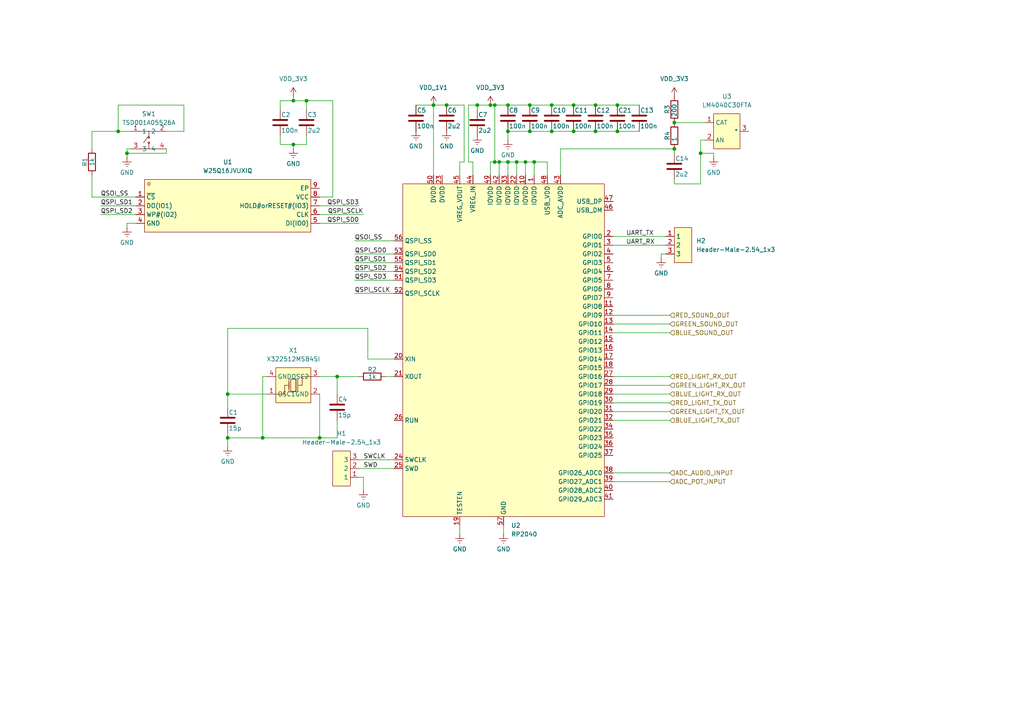
<source format=kicad_sch>
(kicad_sch (version 20231120) (generator "eeschema") (generator_version "8.0")
  (paper "A4")
  (lib_symbols
    (symbol "Device:C" (pin_numbers hide) (pin_names (offset 0.254))
      (property "Reference" "C" (at 0.635 2.54 0))
      (property "Value" "C" (at 0.635 -2.54 0))
      (symbol "C_0_1"
        (polyline (pts (xy -2.032 -0.762) (xy 2.032 -0.762)) (stroke (width 0.508)))
        (polyline (pts (xy -2.032 0.762) (xy 2.032 0.762)) (stroke (width 0.508)))
      )
      (symbol "C_1_1"
        (pin passive line (at 0 3.81 270) (length 2.794) (name "~") (number "1"))
        (pin passive line (at 0 -3.81 90) (length 2.794) (name "~") (number "2"))
      )
    )
    (symbol "Device:R" (pin_numbers hide) (pin_names (offset 0))
      (property "Reference" "R" (at 2.032 0 90))
      (property "Value" "R" (at 0 0 90))
      (symbol "R_0_1"
        (rectangle (start -1.016 -2.54) (end 1.016 2.54) (stroke (width 0.254)))
      )
      (symbol "R_1_1"
        (pin passive line (at 0 3.81 270) (length 1.27) (name "~") (number "1"))
        (pin passive line (at 0 -3.81 90) (length 1.27) (name "~") (number "2"))
      )
    )
    (symbol "easyeda2kicad:Header-Male-2.54_1x3"
      (property "Reference" "H" (at 0 7.62 0))
      (property "Value" "Header-Male-2.54_1x3" (at 0 -7.62 0))
      (symbol "Header-Male-2.54_1x3_0_1"
        (rectangle (start -1.27 5.08) (end 3.81 -5.08) (fill (type background)))
        (pin input line (at -3.81 2.54 0) (length 2.54) (name "1") (number "1"))
        (pin input line (at -3.81 0 0) (length 2.54) (name "2") (number "2"))
        (pin input line (at -3.81 -2.54 0) (length 2.54) (name "3") (number "3"))
      )
    )
    (symbol "easyeda2kicad:LM4040C30FTA"
      (property "Reference" "U" (at 0 7.62 0))
      (property "Value" "LM4040C30FTA" (at 0 -7.62 0))
      (symbol "LM4040C30FTA_0_1"
        (rectangle (start -5.08 5.08) (end 2.54 -5.08) (fill (type background)))
        (pin unspecified line (at -7.62 2.54 0) (length 2.54) (name "CAT") (number "1"))
        (pin unspecified line (at -7.62 -2.54 0) (length 2.54) (name "AN") (number "2"))
        (pin unspecified line (at 5.08 0 180) (length 2.54) (name "*") (number "3"))
      )
    )
    (symbol "easyeda2kicad:RP2040"
      (property "Reference" "U" (at 0 58.42 0))
      (property "Value" "RP2040" (at 0 -53.34 0))
      (symbol "RP2040_0_1"
        (rectangle (start -29.21 50.8) (end 29.21 -45.72) (fill (type background)))
        (pin bidirectional line (at 8.89 53.34 270) (length 2.54) (name "IOVDD") (number "1"))
        (pin bidirectional line (at 6.35 53.34 270) (length 2.54) (name "IOVDD") (number "10"))
        (pin bidirectional line (at 31.75 15.24 180) (length 2.54) (name "GPIO8") (number "11"))
        (pin bidirectional line (at 31.75 12.7 180) (length 2.54) (name "GPIO9") (number "12"))
        (pin bidirectional line (at 31.75 10.16 180) (length 2.54) (name "GPIO10") (number "13"))
        (pin bidirectional line (at 31.75 7.62 180) (length 2.54) (name "GPIO11") (number "14"))
        (pin bidirectional line (at 31.75 5.08 180) (length 2.54) (name "GPIO12") (number "15"))
        (pin bidirectional line (at 31.75 2.54 180) (length 2.54) (name "GPIO13") (number "16"))
        (pin bidirectional line (at 31.75 0 180) (length 2.54) (name "GPIO14") (number "17"))
        (pin bidirectional line (at 31.75 -2.54 180) (length 2.54) (name "GPIO15") (number "18"))
        (pin unspecified line (at -12.7 -48.26 90) (length 2.54) (name "TESTEN") (number "19"))
        (pin bidirectional line (at 31.75 35.56 180) (length 2.54) (name "GPIO0") (number "2"))
        (pin input line (at -31.75 0 0) (length 2.54) (name "XIN") (number "20"))
        (pin unspecified line (at -31.75 -5.08 0) (length 2.54) (name "XOUT") (number "21"))
        (pin bidirectional line (at 3.81 53.34 270) (length 2.54) (name "IOVDD") (number "22"))
        (pin bidirectional line (at -17.78 53.34 270) (length 2.54) (name "DVDD") (number "23"))
        (pin output line (at -31.75 -29.21 0) (length 2.54) (name "SWCLK") (number "24"))
        (pin bidirectional line (at -31.75 -31.75 0) (length 2.54) (name "SWD") (number "25"))
        (pin input line (at -31.75 -17.78 0) (length 2.54) (name "RUN") (number "26"))
        (pin bidirectional line (at 31.75 -5.08 180) (length 2.54) (name "GPIO16") (number "27"))
        (pin bidirectional line (at 31.75 -7.62 180) (length 2.54) (name "GPIO17") (number "28"))
        (pin bidirectional line (at 31.75 -10.16 180) (length 2.54) (name "GPIO18") (number "29"))
        (pin bidirectional line (at 31.75 33.02 180) (length 2.54) (name "GPIO1") (number "3"))
        (pin bidirectional line (at 31.75 -12.7 180) (length 2.54) (name "GPIO19") (number "30"))
        (pin bidirectional line (at 31.75 -15.24 180) (length 2.54) (name "GPIO20") (number "31"))
        (pin bidirectional line (at 31.75 -17.78 180) (length 2.54) (name "GPIO21") (number "32"))
        (pin bidirectional line (at 1.27 53.34 270) (length 2.54) (name "IOVDD") (number "33"))
        (pin bidirectional line (at 31.75 -20.32 180) (length 2.54) (name "GPIO22") (number "34"))
        (pin bidirectional line (at 31.75 -22.86 180) (length 2.54) (name "GPIO23") (number "35"))
        (pin bidirectional line (at 31.75 -25.4 180) (length 2.54) (name "GPIO24") (number "36"))
        (pin bidirectional line (at 31.75 -27.94 180) (length 2.54) (name "GPIO25") (number "37"))
        (pin bidirectional line (at 31.75 -33.02 180) (length 2.54) (name "GPIO26_ADC0") (number "38"))
        (pin bidirectional line (at 31.75 -35.56 180) (length 2.54) (name "GPIO27_ADC1") (number "39"))
        (pin bidirectional line (at 31.75 30.48 180) (length 2.54) (name "GPIO2") (number "4"))
        (pin bidirectional line (at 31.75 -38.1 180) (length 2.54) (name "GPIO28_ADC2") (number "40"))
        (pin bidirectional line (at 31.75 -40.64 180) (length 2.54) (name "GPIO29_ADC3") (number "41"))
        (pin bidirectional line (at -1.27 53.34 270) (length 2.54) (name "IOVDD") (number "42"))
        (pin bidirectional line (at 16.51 53.34 270) (length 2.54) (name "ADC_AVDD") (number "43"))
        (pin bidirectional line (at -8.89 53.34 270) (length 2.54) (name "VREG_IN") (number "44"))
        (pin bidirectional line (at -12.7 53.34 270) (length 2.54) (name "VREG_VOUT") (number "45"))
        (pin bidirectional line (at 31.75 43.18 180) (length 2.54) (name "USB_DM") (number "46"))
        (pin bidirectional line (at 31.75 45.72 180) (length 2.54) (name "USB_DP") (number "47"))
        (pin bidirectional line (at 12.7 53.34 270) (length 2.54) (name "USB_VDD") (number "48"))
        (pin bidirectional line (at -3.81 53.34 270) (length 2.54) (name "IOVDD") (number "49"))
        (pin bidirectional line (at 31.75 27.94 180) (length 2.54) (name "GPIO3") (number "5"))
        (pin bidirectional line (at -20.32 53.34 270) (length 2.54) (name "DVDD") (number "50"))
        (pin bidirectional line (at -31.75 22.86 0) (length 2.54) (name "QSPI_SD3") (number "51"))
        (pin output line (at -31.75 19.05 0) (length 2.54) (name "QSPI_SCLK") (number "52"))
        (pin bidirectional line (at -31.75 30.48 0) (length 2.54) (name "QSPI_SD0") (number "53"))
        (pin bidirectional line (at -31.75 25.4 0) (length 2.54) (name "QSPI_SD2") (number "54"))
        (pin bidirectional line (at -31.75 27.94 0) (length 2.54) (name "QSPI_SD1") (number "55"))
        (pin bidirectional line (at -31.75 34.29 0) (length 2.54) (name "QSPI_SS") (number "56"))
        (pin bidirectional line (at 0 -48.26 90) (length 2.54) (name "GND") (number "57"))
        (pin bidirectional line (at 31.75 25.4 180) (length 2.54) (name "GPIO4") (number "6"))
        (pin bidirectional line (at 31.75 22.86 180) (length 2.54) (name "GPIO5") (number "7"))
        (pin bidirectional line (at 31.75 20.32 180) (length 2.54) (name "GPIO6") (number "8"))
        (pin bidirectional line (at 31.75 17.78 180) (length 2.54) (name "GPIO7") (number "9"))
      )
    )
    (symbol "easyeda2kicad:TSD001A05526A"
      (property "Reference" "SW" (at 0 7.62 0))
      (property "Value" "TSD001A05526A" (at 0 -7.62 0))
      (symbol "TSD001A05526A_0_1"
        (circle (center 0 -0.76) (radius 0.25))
        (polyline (pts (xy -2.54 2.54) (xy 2.54 2.54)))
        (polyline (pts (xy -1.52 -0.76) (xy -0.25 1.02)))
        (polyline (pts (xy 0 -2.54) (xy 0 -0.76)))
        (polyline (pts (xy 0 1.52) (xy 0 0.76)))
        (polyline (pts (xy 0 2.54) (xy 0 1.52)))
        (polyline (pts (xy 2.54 -2.54) (xy -2.54 -2.54)))
        (circle (center 0 0.76) (radius 0.25))
        (pin unspecified line (at -5.08 2.54 0) (length 2.54) (name "1") (number "1"))
        (pin unspecified line (at 5.08 2.54 180) (length 2.54) (name "2") (number "2"))
        (pin unspecified line (at -5.08 -2.54 0) (length 2.54) (name "3") (number "3"))
        (pin unspecified line (at 5.08 -2.54 180) (length 2.54) (name "4") (number "4"))
      )
    )
    (symbol "easyeda2kicad:W25Q16JVUXIQ"
      (property "Reference" "U" (at 0 11.43 0))
      (property "Value" "W25Q16JVUXIQ" (at 0 -8.89 0))
      (symbol "W25Q16JVUXIQ_0_1"
        (rectangle (start -24.13 8.89) (end 24.13 -6.35) (fill (type background)))
        (circle (center -22.86 7.62) (radius 0.38))
        (pin unspecified line (at -26.67 3.81 0) (length 2.54) (name "~{CS}") (number "1"))
        (pin unspecified line (at -26.67 1.27 0) (length 2.54) (name "DO(IO1)") (number "2"))
        (pin unspecified line (at -26.67 -1.27 0) (length 2.54) (name "WP#(IO2)") (number "3"))
        (pin unspecified line (at -26.67 -3.81 0) (length 2.54) (name "GND") (number "4"))
        (pin unspecified line (at 26.67 -3.81 180) (length 2.54) (name "DI(IO0)") (number "5"))
        (pin unspecified line (at 26.67 -1.27 180) (length 2.54) (name "CLK") (number "6"))
        (pin unspecified line (at 26.67 1.27 180) (length 2.54) (name "HOLD#orRESET#(IO3)") (number "7"))
        (pin unspecified line (at 26.67 3.81 180) (length 2.54) (name "VCC") (number "8"))
        (pin unspecified line (at 26.67 6.35 180) (length 2.54) (name "EP") (number "9"))
      )
    )
    (symbol "easyeda2kicad:X322512MSB4SI"
      (property "Reference" "X" (at 0 7.62 0))
      (property "Value" "X322512MSB4SI" (at 0 -7.62 0))
      (symbol "X322512MSB4SI_0_1"
        (rectangle (start -5.08 5.08) (end 5.08 -5.08) (fill (type background)))
        (polyline (pts (xy -1.27 -1.78) (xy -1.27 1.78)))
        (polyline (pts (xy -1.27 -1.02) (xy -1.27 1.02)))
        (polyline (pts (xy 0.76 -1.78) (xy -0.76 -1.78)))
        (polyline (pts (xy 1.27 -1.78) (xy 1.27 1.78)))
        (polyline (pts (xy 1.27 -1.02) (xy 1.27 1.02)))
        (polyline (pts (xy -5.08 -2.54) (xy -2.54 -2.54) (xy -2.54 0) (xy -1.52 0)))
        (polyline (pts (xy -0.76 -1.78) (xy -0.76 1.78) (xy 0.76 1.78) (xy 0.76 -1.78)))
        (polyline (pts (xy 5.08 2.54) (xy 2.54 2.54) (xy 2.54 0) (xy 1.52 0)))
        (polyline (pts (xy 0.76 1.78) (xy 0.76 -1.78) (xy -0.76 -1.78) (xy -0.76 1.78) (xy 0.76 1.78)) (fill (type background)))
        (pin unspecified line (at -7.62 -2.54 0) (length 2.54) (name "OSC1") (number "1"))
        (pin unspecified line (at 7.62 -2.54 180) (length 2.54) (name "GND") (number "2"))
        (pin unspecified line (at 7.62 2.54 180) (length 2.54) (name "OSC2") (number "3"))
        (pin unspecified line (at -7.62 2.54 0) (length 2.54) (name "GND") (number "4"))
      )
    )
    (symbol "power:+3V3" (power) (pin_numbers hide) (pin_names (offset 0) hide)
      (property "Value" "+3V3" (at 0 3.556 0))
      (symbol "+3V3_0_1"
        (polyline (pts (xy -0.762 1.27) (xy 0 2.54)))
        (polyline (pts (xy 0 0) (xy 0 2.54)))
        (polyline (pts (xy 0 2.54) (xy 0.762 1.27)))
      )
      (symbol "+3V3_1_1"
        (pin power_in line (at 0 0 90) (length 0) (name "~") (number "1"))
      )
    )
    (symbol "power:GNDREF" (power) (pin_numbers hide) (pin_names (offset 0) hide)
      (property "Value" "GNDREF" (at 0 -3.81 0))
      (symbol "GNDREF_0_1"
        (polyline (pts (xy -0.635 -1.905) (xy 0.635 -1.905)))
        (polyline (pts (xy -0.127 -2.54) (xy 0.127 -2.54)))
        (polyline (pts (xy 0 -1.27) (xy 0 0)))
        (polyline (pts (xy 1.27 -1.27) (xy -1.27 -1.27)))
      )
      (symbol "GNDREF_1_1"
        (pin power_in line (at 0 0 270) (length 0) (name "~") (number "1"))
      )
    )
  )
  (junction (at 179.07 38.1))
  (junction (at 147.32 46.99))
  (junction (at 203.2 44.45))
  (junction (at 144.78 46.99))
  (junction (at 85.09 29.21))
  (junction (at 92.71 127))
  (junction (at 166.37 38.1))
  (junction (at 153.67 30.48))
  (junction (at 160.02 38.1))
  (junction (at 76.2 127))
  (junction (at 147.32 30.48))
  (junction (at 147.32 38.1))
  (junction (at 149.86 46.99))
  (junction (at 195.58 35.56))
  (junction (at 138.43 30.48))
  (junction (at 36.83 44.45))
  (junction (at 172.72 38.1))
  (junction (at 166.37 30.48))
  (junction (at 152.4 46.99))
  (junction (at 160.02 30.48))
  (junction (at 143.51 30.48))
  (junction (at 34.29 38.1))
  (junction (at 172.72 30.48))
  (junction (at 129.54 30.48))
  (junction (at 154.94 46.99))
  (junction (at 179.07 30.48))
  (junction (at 143.51 46.99))
  (junction (at 85.09 41.91))
  (junction (at 66.04 127))
  (junction (at 153.67 38.1))
  (junction (at 97.79 109.22))
  (junction (at 142.24 30.48))
  (junction (at 195.58 43.18))
  (junction (at 125.73 30.48))
  (junction (at 66.04 114.3))
  (junction (at 88.9 29.21))
  (wire (pts (xy 177.8 96.52) (xy 194.31 96.52)))
  (wire (pts (xy 138.43 30.48) (xy 138.43 31.75)))
  (wire (pts (xy 147.32 38.1) (xy 153.67 38.1)))
  (wire (pts (xy 203.2 40.64) (xy 203.2 44.45)))
  (wire (pts (xy 147.32 50.8) (xy 147.32 46.99)))
  (wire (pts (xy 97.79 121.92) (xy 97.79 127)))
  (wire (pts (xy 85.09 41.91) (xy 88.9 41.91)))
  (wire (pts (xy 26.67 38.1) (xy 34.29 38.1)))
  (wire (pts (xy 142.24 46.99) (xy 142.24 50.8)))
  (wire (pts (xy 195.58 35.56) (xy 204.47 35.56)))
  (wire (pts (xy 106.68 95.25) (xy 106.68 104.14)))
  (wire (pts (xy 97.79 109.22) (xy 104.14 109.22)))
  (wire (pts (xy 158.75 46.99) (xy 158.75 50.8)))
  (wire (pts (xy 177.8 114.3) (xy 194.31 114.3)))
  (wire (pts (xy 36.83 44.45) (xy 36.83 45.72)))
  (wire (pts (xy 66.04 95.25) (xy 66.04 114.3)))
  (wire (pts (xy 195.58 52.07) (xy 195.58 53.34)))
  (wire (pts (xy 153.67 38.1) (xy 160.02 38.1)))
  (wire (pts (xy 143.51 30.48) (xy 147.32 30.48)))
  (wire (pts (xy 85.09 41.91) (xy 85.09 43.18)))
  (wire (pts (xy 147.32 30.48) (xy 153.67 30.48)))
  (wire (pts (xy 97.79 127) (xy 92.71 127)))
  (wire (pts (xy 48.26 43.18) (xy 48.26 44.45)))
  (wire (pts (xy 134.62 46.99) (xy 133.35 46.99)))
  (wire (pts (xy 48.26 38.1) (xy 53.34 38.1)))
  (wire (pts (xy 104.14 135.89) (xy 114.3 135.89)))
  (wire (pts (xy 135.89 30.48) (xy 138.43 30.48)))
  (wire (pts (xy 133.35 152.4) (xy 133.35 154.94)))
  (wire (pts (xy 191.77 73.66) (xy 191.77 74.93)))
  (wire (pts (xy 39.37 64.77) (xy 36.83 64.77)))
  (wire (pts (xy 152.4 46.99) (xy 152.4 50.8)))
  (wire (pts (xy 104.14 138.43) (xy 105.41 138.43)))
  (wire (pts (xy 133.35 46.99) (xy 133.35 50.8)))
  (wire (pts (xy 53.34 38.1) (xy 53.34 30.48)))
  (wire (pts (xy 177.8 93.98) (xy 194.31 93.98)))
  (wire (pts (xy 179.07 30.48) (xy 185.42 30.48)))
  (wire (pts (xy 154.94 50.8) (xy 154.94 46.99)))
  (wire (pts (xy 179.07 38.1) (xy 185.42 38.1)))
  (wire (pts (xy 177.8 91.44) (xy 194.31 91.44)))
  (wire (pts (xy 134.62 30.48) (xy 134.62 46.99)))
  (wire (pts (xy 195.58 53.34) (xy 203.2 53.34)))
  (wire (pts (xy 203.2 40.64) (xy 204.47 40.64)))
  (wire (pts (xy 177.8 116.84) (xy 194.31 116.84)))
  (wire (pts (xy 81.28 31.75) (xy 81.28 29.21)))
  (wire (pts (xy 177.8 139.7) (xy 194.31 139.7)))
  (wire (pts (xy 66.04 129.54) (xy 66.04 127)))
  (wire (pts (xy 166.37 30.48) (xy 172.72 30.48)))
  (wire (pts (xy 166.37 38.1) (xy 172.72 38.1)))
  (wire (pts (xy 53.34 30.48) (xy 34.29 30.48)))
  (wire (pts (xy 143.51 46.99) (xy 144.78 46.99)))
  (wire (pts (xy 102.87 76.2) (xy 114.3 76.2)))
  (wire (pts (xy 137.16 46.99) (xy 137.16 50.8)))
  (wire (pts (xy 147.32 46.99) (xy 149.86 46.99)))
  (wire (pts (xy 88.9 39.37) (xy 88.9 41.91)))
  (wire (pts (xy 102.87 69.85) (xy 114.3 69.85)))
  (wire (pts (xy 102.87 73.66) (xy 114.3 73.66)))
  (wire (pts (xy 26.67 57.15) (xy 39.37 57.15)))
  (wire (pts (xy 177.8 68.58) (xy 193.04 68.58)))
  (wire (pts (xy 26.67 43.18) (xy 26.67 38.1)))
  (wire (pts (xy 92.71 62.23) (xy 105.41 62.23)))
  (wire (pts (xy 92.71 57.15) (xy 96.52 57.15)))
  (wire (pts (xy 160.02 38.1) (xy 166.37 38.1)))
  (wire (pts (xy 125.73 50.8) (xy 125.73 30.48)))
  (wire (pts (xy 177.8 119.38) (xy 194.31 119.38)))
  (wire (pts (xy 172.72 38.1) (xy 179.07 38.1)))
  (wire (pts (xy 177.8 121.92) (xy 194.31 121.92)))
  (wire (pts (xy 92.71 114.3) (xy 92.71 127)))
  (wire (pts (xy 207.01 45.72) (xy 207.01 44.45)))
  (wire (pts (xy 142.24 46.99) (xy 143.51 46.99)))
  (wire (pts (xy 144.78 50.8) (xy 144.78 46.99)))
  (wire (pts (xy 207.01 44.45) (xy 203.2 44.45)))
  (wire (pts (xy 88.9 29.21) (xy 88.9 31.75)))
  (wire (pts (xy 106.68 95.25) (xy 66.04 95.25)))
  (wire (pts (xy 160.02 30.48) (xy 166.37 30.48)))
  (wire (pts (xy 26.67 50.8) (xy 26.67 57.15)))
  (wire (pts (xy 92.71 127) (xy 76.2 127)))
  (wire (pts (xy 38.1 43.18) (xy 36.83 43.18)))
  (wire (pts (xy 66.04 127) (xy 66.04 125.73)))
  (wire (pts (xy 36.83 43.18) (xy 36.83 44.45)))
  (wire (pts (xy 203.2 44.45) (xy 203.2 53.34)))
  (wire (pts (xy 162.56 43.18) (xy 162.56 50.8)))
  (wire (pts (xy 195.58 43.18) (xy 195.58 44.45)))
  (wire (pts (xy 76.2 109.22) (xy 76.2 127)))
  (wire (pts (xy 66.04 118.11) (xy 66.04 114.3)))
  (wire (pts (xy 66.04 114.3) (xy 77.47 114.3)))
  (wire (pts (xy 193.04 73.66) (xy 191.77 73.66)))
  (wire (pts (xy 143.51 30.48) (xy 143.51 46.99)))
  (wire (pts (xy 92.71 59.69) (xy 104.14 59.69)))
  (wire (pts (xy 96.52 29.21) (xy 88.9 29.21)))
  (wire (pts (xy 76.2 127) (xy 66.04 127)))
  (wire (pts (xy 85.09 29.21) (xy 88.9 29.21)))
  (wire (pts (xy 81.28 41.91) (xy 85.09 41.91)))
  (wire (pts (xy 85.09 27.94) (xy 85.09 29.21)))
  (wire (pts (xy 153.67 30.48) (xy 160.02 30.48)))
  (wire (pts (xy 102.87 85.09) (xy 114.3 85.09)))
  (wire (pts (xy 177.8 109.22) (xy 194.31 109.22)))
  (wire (pts (xy 154.94 46.99) (xy 158.75 46.99)))
  (wire (pts (xy 97.79 109.22) (xy 92.71 109.22)))
  (wire (pts (xy 102.87 81.28) (xy 114.3 81.28)))
  (wire (pts (xy 146.05 152.4) (xy 146.05 154.94)))
  (wire (pts (xy 147.32 38.1) (xy 147.32 40.64)))
  (wire (pts (xy 177.8 137.16) (xy 194.31 137.16)))
  (wire (pts (xy 105.41 138.43) (xy 105.41 142.24)))
  (wire (pts (xy 129.54 30.48) (xy 125.73 30.48)))
  (wire (pts (xy 129.54 30.48) (xy 134.62 30.48)))
  (wire (pts (xy 29.21 59.69) (xy 39.37 59.69)))
  (wire (pts (xy 81.28 29.21) (xy 85.09 29.21)))
  (wire (pts (xy 172.72 30.48) (xy 179.07 30.48)))
  (wire (pts (xy 36.83 64.77) (xy 36.83 66.04)))
  (wire (pts (xy 34.29 30.48) (xy 34.29 38.1)))
  (wire (pts (xy 96.52 57.15) (xy 96.52 29.21)))
  (wire (pts (xy 177.8 71.12) (xy 193.04 71.12)))
  (wire (pts (xy 149.86 46.99) (xy 152.4 46.99)))
  (wire (pts (xy 106.68 104.14) (xy 114.3 104.14)))
  (wire (pts (xy 138.43 30.48) (xy 142.24 30.48)))
  (wire (pts (xy 102.87 78.74) (xy 114.3 78.74)))
  (wire (pts (xy 125.73 30.48) (xy 120.65 30.48)))
  (wire (pts (xy 177.8 111.76) (xy 194.31 111.76)))
  (wire (pts (xy 29.21 62.23) (xy 39.37 62.23)))
  (wire (pts (xy 77.47 109.22) (xy 76.2 109.22)))
  (wire (pts (xy 34.29 38.1) (xy 38.1 38.1)))
  (wire (pts (xy 162.56 43.18) (xy 195.58 43.18)))
  (wire (pts (xy 135.89 46.99) (xy 137.16 46.99)))
  (wire (pts (xy 104.14 133.35) (xy 114.3 133.35)))
  (wire (pts (xy 154.94 46.99) (xy 152.4 46.99)))
  (wire (pts (xy 144.78 46.99) (xy 147.32 46.99)))
  (wire (pts (xy 97.79 114.3) (xy 97.79 109.22)))
  (wire (pts (xy 92.71 64.77) (xy 104.14 64.77)))
  (wire (pts (xy 111.76 109.22) (xy 114.3 109.22)))
  (wire (pts (xy 81.28 39.37) (xy 81.28 41.91)))
  (wire (pts (xy 149.86 50.8) (xy 149.86 46.99)))
  (wire (pts (xy 135.89 30.48) (xy 135.89 46.99)))
  (wire (pts (xy 36.83 44.45) (xy 48.26 44.45)))
  (wire (pts (xy 143.51 30.48) (xy 142.24 30.48)))
  (label "QSPI_SD1" (at 29.21 59.69 0))
  (label "QSOI_SS" (at 29.21 57.15 0))
  (label "QSPI_SD1" (at 102.87 76.2 0))
  (label "UART_TX" (at 181.61 68.58 0))
  (label "QSPI_SD3" (at 102.87 81.28 0))
  (label "QSPI_SD3" (at 104.14 59.69 180))
  (label "QSPI_SD0" (at 102.87 73.66 0))
  (label "QSPI_SCLK" (at 105.41 62.23 180))
  (label "QSPI_SCLK" (at 102.87 85.09 0))
  (label "QSPI_SD2" (at 102.87 78.74 0))
  (label "SWCLK" (at 105.41 133.35 0))
  (label "QSOI_SS" (at 102.87 69.85 0))
  (label "UART_RX" (at 181.61 71.12 0))
  (label "SWD" (at 105.41 135.89 0))
  (label "QSPI_SD2" (at 29.21 62.23 0))
  (label "QSPI_SD0" (at 104.14 64.77 180))
  (hierarchical_label "BLUE_SOUND_OUT" (shape input) (at 194.31 96.52 0))
  (hierarchical_label "ADC_AUDIO_INPUT" (shape input) (at 194.31 137.16 0))
  (hierarchical_label "GREEN_SOUND_OUT" (shape input) (at 194.31 93.98 0))
  (hierarchical_label "BLUE_LIGHT_TX_OUT" (shape input) (at 194.31 121.92 0))
  (hierarchical_label "BLUE_LIGHT_RX_OUT" (shape input) (at 194.31 114.3 0))
  (hierarchical_label "RED_SOUND_OUT" (shape input) (at 194.31 91.44 0))
  (hierarchical_label "GREEN_LIGHT_RX_OUT" (shape input) (at 194.31 111.76 0))
  (hierarchical_label "GREEN_LIGHT_TX_OUT" (shape input) (at 194.31 119.38 0))
  (hierarchical_label "RED_LIGHT_TX_OUT" (shape input) (at 194.31 116.84 0))
  (hierarchical_label "ADC_POT_INPUT" (shape input) (at 194.31 139.7 0))
  (hierarchical_label "RED_LIGHT_RX_OUT" (shape input) (at 194.31 109.22 0))
  (symbol (lib_id "power:+3V3") (at 142.24 30.48 0) (unit 1)
    (property "Reference" "#PWR012" (effects (hide yes)))
    (property "Value" "VDD_3V3" (at 142.24 25.4 0))
    (property "Description" "Power symbol creates a global label with name \"+3V3\"" (effects (hide yes)))
  )
  (symbol (lib_id "easyeda2kicad:TSD001A05526A") (at 43.18 40.64 0) (unit 1)
    (property "Reference" "SW1" (at 43.18 33.02 0))
    (property "Value" "TSD001A05526A" (at 43.18 35.56 0))
    (property "Footprint" "easyeda2kicad:SW-TH_4P-L6.0-W6.0-P4.50-LS6.3" (effects (hide yes)))
    (property "LCSC Part" "C2888546" (effects (hide yes)))
  )
  (symbol (lib_id "Device:C") (at 147.32 34.29 0) (unit 1)
    (property "Reference" "C8" (at 147.574 32.004 0) (effects (justify left)))
    (property "Value" "100n" (at 147.574 36.576 0) (effects (justify left)))
    (property "Footprint" "Capacitor_SMD:C_0603_1608Metric" (effects (hide yes)))
    (property "Description" "Unpolarized capacitor" (effects (hide yes)))
  )
  (symbol (lib_id "easyeda2kicad:Header-Male-2.54_1x3") (at 100.33 135.89 180) (unit 1)
    (property "Reference" "H1" (at 99.06 125.73 0))
    (property "Value" "Header-Male-2.54_1x3" (at 99.06 128.27 0))
    (property "Footprint" "easyeda2kicad:HDR-TH_3P-P2.54-V-M-1" (effects (hide yes)))
    (property "Datasheet" "https://lcsc.com/product-detail/Male-Header_Header-2-54mm-1-3P_C49257.html" (effects (hide yes)))
    (property "LCSC Part" "C49257" (effects (hide yes)))
  )
  (symbol (lib_id "Device:C") (at 153.67 34.29 0) (unit 1)
    (property "Reference" "C9" (at 153.924 32.004 0) (effects (justify left)))
    (property "Value" "100n" (at 153.924 36.576 0) (effects (justify left)))
    (property "Footprint" "Capacitor_SMD:C_0603_1608Metric" (effects (hide yes)))
    (property "Description" "Unpolarized capacitor" (effects (hide yes)))
  )
  (symbol (lib_id "easyeda2kicad:LM4040C30FTA") (at 212.09 38.1 0) (unit 1)
    (property "Reference" "U3" (at 210.82 27.94 0))
    (property "Value" "LM4040C30FTA" (at 210.82 30.48 0))
    (property "Footprint" "easyeda2kicad:SOT-23-3_L2.9-W1.3-P1.90-LS2.4-BR" (effects (hide yes)))
    (property "Datasheet" "https://lcsc.com/product-detail/Voltage-References_Diodes-Incorporated-LM4040C30FTA_C460608.html" (effects (hide yes)))
    (property "LCSC Part" "C460608" (effects (hide yes)))
  )
  (symbol (lib_id "Device:R") (at 26.67 46.99 180) (unit 1)
    (property "Reference" "R1" (at 24.638 46.99 90))
    (property "Value" "1k" (at 26.67 46.99 90))
    (property "Footprint" "Resistor_SMD:R_0603_1608Metric" (effects (hide yes)))
    (property "Description" "Resistor" (effects (hide yes)))
  )
  (symbol (lib_id "Device:R") (at 195.58 31.75 180) (unit 1)
    (property "Reference" "R3" (at 193.548 31.75 90))
    (property "Value" "200" (at 195.58 32.004 90))
    (property "Footprint" "Resistor_SMD:R_0603_1608Metric" (effects (hide yes)))
    (property "Description" "Resistor" (effects (hide yes)))
  )
  (symbol (lib_id "Device:C") (at 66.04 121.92 0) (unit 1)
    (property "Reference" "C1" (at 66.294 119.634 0) (effects (justify left)))
    (property "Value" "15p" (at 66.294 124.206 0) (effects (justify left)))
    (property "Footprint" "Capacitor_SMD:C_0603_1608Metric" (effects (hide yes)))
    (property "Description" "Unpolarized capacitor" (effects (hide yes)))
  )
  (symbol (lib_id "Device:C") (at 160.02 34.29 0) (unit 1)
    (property "Reference" "C10" (at 160.274 32.004 0) (effects (justify left)))
    (property "Value" "100n" (at 160.274 36.576 0) (effects (justify left)))
    (property "Footprint" "Capacitor_SMD:C_0603_1608Metric" (effects (hide yes)))
    (property "Description" "Unpolarized capacitor" (effects (hide yes)))
  )
  (symbol (lib_id "power:GNDREF") (at 105.41 142.24 0) (unit 1)
    (property "Reference" "#PWR06" (effects (hide yes)))
    (property "Value" "GND" (at 105.41 146.558 0))
    (property "Description" "Power symbol creates a global label with name \"GNDREF\" , reference supply ground" (effects (hide yes)))
  )
  (symbol (lib_id "power:GNDREF") (at 191.77 74.93 0) (unit 1)
    (property "Reference" "#PWR015" (effects (hide yes)))
    (property "Value" "GND" (at 191.77 79.248 0))
    (property "Description" "Power symbol creates a global label with name \"GNDREF\" , reference supply ground" (effects (hide yes)))
  )
  (symbol (lib_id "power:GNDREF") (at 133.35 154.94 0) (unit 1)
    (property "Reference" "#PWR010" (effects (hide yes)))
    (property "Value" "GND" (at 133.35 159.258 0))
    (property "Description" "Power symbol creates a global label with name \"GNDREF\" , reference supply ground" (effects (hide yes)))
  )
  (symbol (lib_id "Device:C") (at 179.07 34.29 0) (unit 1)
    (property "Reference" "C21" (at 179.324 32.004 0) (effects (justify left)))
    (property "Value" "100n" (at 179.324 36.576 0) (effects (justify left)))
    (property "Footprint" "Capacitor_SMD:C_0603_1608Metric" (effects (hide yes)))
    (property "Description" "Unpolarized capacitor" (effects (hide yes)))
  )
  (symbol (lib_id "Device:C") (at 172.72 34.29 0) (unit 1)
    (property "Reference" "C12" (at 172.974 32.004 0) (effects (justify left)))
    (property "Value" "100n" (at 172.974 36.576 0) (effects (justify left)))
    (property "Footprint" "Capacitor_SMD:C_0603_1608Metric" (effects (hide yes)))
    (property "Description" "Unpolarized capacitor" (effects (hide yes)))
  )
  (symbol (lib_id "power:+3V3") (at 85.09 27.94 0) (unit 1)
    (property "Reference" "#PWR04" (effects (hide yes)))
    (property "Value" "VDD_3V3" (at 85.09 22.86 0))
    (property "Description" "Power symbol creates a global label with name \"+3V3\"" (effects (hide yes)))
  )
  (symbol (lib_id "power:GNDREF") (at 36.83 66.04 0) (unit 1)
    (property "Reference" "#PWR02" (effects (hide yes)))
    (property "Value" "GND" (at 36.83 70.358 0))
    (property "Description" "Power symbol creates a global label with name \"GNDREF\" , reference supply ground" (effects (hide yes)))
  )
  (symbol (lib_id "easyeda2kicad:Header-Male-2.54_1x3") (at 196.85 71.12 0) (unit 1)
    (property "Reference" "H2" (at 201.93 69.8499 0) (effects (justify left)))
    (property "Value" "Header-Male-2.54_1x3" (at 201.93 72.3899 0) (effects (justify left)))
    (property "Footprint" "easyeda2kicad:HDR-TH_3P-P2.54-V-M-1" (effects (hide yes)))
    (property "Datasheet" "https://lcsc.com/product-detail/Male-Header_Header-2-54mm-1-3P_C49257.html" (effects (hide yes)))
    (property "LCSC Part" "C49257" (effects (hide yes)))
  )
  (symbol (lib_id "Device:C") (at 166.37 34.29 0) (unit 1)
    (property "Reference" "C11" (at 166.624 32.004 0) (effects (justify left)))
    (property "Value" "100n" (at 166.624 36.576 0) (effects (justify left)))
    (property "Footprint" "Capacitor_SMD:C_0603_1608Metric" (effects (hide yes)))
    (property "Description" "Unpolarized capacitor" (effects (hide yes)))
  )
  (symbol (lib_id "power:GNDREF") (at 207.01 45.72 0) (unit 1)
    (property "Reference" "#PWR017" (effects (hide yes)))
    (property "Value" "GND" (at 207.01 50.038 0))
    (property "Description" "Power symbol creates a global label with name \"GNDREF\" , reference supply ground" (effects (hide yes)))
  )
  (symbol (lib_id "power:GNDREF") (at 120.65 38.1 0) (unit 1)
    (property "Reference" "#PWR07" (effects (hide yes)))
    (property "Value" "GND" (at 120.65 42.418 0))
    (property "Description" "Power symbol creates a global label with name \"GNDREF\" , reference supply ground" (effects (hide yes)))
  )
  (symbol (lib_id "power:+3V3") (at 195.58 27.94 0) (unit 1)
    (property "Reference" "#PWR016" (effects (hide yes)))
    (property "Value" "VDD_3V3" (at 195.58 22.86 0))
    (property "Description" "Power symbol creates a global label with name \"+3V3\"" (effects (hide yes)))
  )
  (symbol (lib_id "Device:C") (at 88.9 35.56 0) (unit 1)
    (property "Reference" "C3" (at 89.154 33.274 0) (effects (justify left)))
    (property "Value" "2u2" (at 89.154 37.846 0) (effects (justify left)))
    (property "Footprint" "Capacitor_SMD:C_0603_1608Metric" (effects (hide yes)))
    (property "Description" "Unpolarized capacitor" (effects (hide yes)))
  )
  (symbol (lib_id "Device:C") (at 195.58 48.26 0) (unit 1)
    (property "Reference" "C14" (at 195.834 45.974 0) (effects (justify left)))
    (property "Value" "2u2" (at 195.834 50.546 0) (effects (justify left)))
    (property "Footprint" "Capacitor_SMD:C_0603_1608Metric" (effects (hide yes)))
    (property "Description" "Unpolarized capacitor" (effects (hide yes)))
  )
  (symbol (lib_id "Device:R") (at 107.95 109.22 90) (unit 1)
    (property "Reference" "R2" (at 107.95 107.188 90))
    (property "Value" "1k" (at 107.95 109.22 90))
    (property "Footprint" "Resistor_SMD:R_0603_1608Metric" (effects (hide yes)))
    (property "Description" "Resistor" (effects (hide yes)))
  )
  (symbol (lib_id "easyeda2kicad:RP2040") (at 146.05 104.14 0) (unit 1)
    (property "Reference" "U2" (at 148.2441 152.4 0) (effects (justify left)))
    (property "Value" "RP2040" (at 148.2441 154.94 0) (effects (justify left)))
    (property "Footprint" "easyeda2kicad:LQFN-56_L7.0-W7.0-P0.4-EP" (effects (hide yes)))
    (property "LCSC Part" "C2040" (effects (hide yes)))
  )
  (symbol (lib_id "power:GNDREF") (at 147.32 40.64 0) (unit 1)
    (property "Reference" "#PWR014" (effects (hide yes)))
    (property "Value" "GND" (at 147.32 44.958 0))
    (property "Description" "Power symbol creates a global label with name \"GNDREF\" , reference supply ground" (effects (hide yes)))
  )
  (symbol (lib_id "power:GNDREF") (at 36.83 45.72 0) (unit 1)
    (property "Reference" "#PWR01" (effects (hide yes)))
    (property "Value" "GND" (at 36.83 50.038 0))
    (property "Description" "Power symbol creates a global label with name \"GNDREF\" , reference supply ground" (effects (hide yes)))
  )
  (symbol (lib_id "Device:C") (at 120.65 34.29 0) (unit 1)
    (property "Reference" "C5" (at 120.904 32.004 0) (effects (justify left)))
    (property "Value" "100n" (at 120.904 36.576 0) (effects (justify left)))
    (property "Footprint" "Capacitor_SMD:C_0603_1608Metric" (effects (hide yes)))
    (property "Description" "Unpolarized capacitor" (effects (hide yes)))
  )
  (symbol (lib_id "easyeda2kicad:X322512MSB4SI") (at 85.09 111.76 0) (unit 1)
    (property "Reference" "X1" (at 85.09 101.6 0))
    (property "Value" "X322512MSB4SI" (at 85.09 104.14 0))
    (property "Footprint" "easyeda2kicad:CRYSTAL-SMD_4P-L3.2-W2.5-BL" (effects (hide yes)))
    (property "Datasheet" "https://lcsc.com/product-detail/SMD-Crystals_YSX321SL-12MHZ-20PF-10PPM-40-85_C9002.html" (effects (hide yes)))
    (property "LCSC Part" "C9002" (effects (hide yes)))
  )
  (symbol (lib_id "Device:C") (at 138.43 35.56 0) (unit 1)
    (property "Reference" "C7" (at 138.684 33.274 0) (effects (justify left)))
    (property "Value" "2u2" (at 138.684 37.846 0) (effects (justify left)))
    (property "Footprint" "Capacitor_SMD:C_0603_1608Metric" (effects (hide yes)))
    (property "Description" "Unpolarized capacitor" (effects (hide yes)))
  )
  (symbol (lib_id "Device:C") (at 81.28 35.56 0) (unit 1)
    (property "Reference" "C2" (at 81.534 33.274 0) (effects (justify left)))
    (property "Value" "100n" (at 81.534 37.846 0) (effects (justify left)))
    (property "Footprint" "Capacitor_SMD:C_0603_1608Metric" (effects (hide yes)))
    (property "Description" "Unpolarized capacitor" (effects (hide yes)))
  )
  (symbol (lib_id "power:+3V3") (at 125.73 30.48 0) (unit 1)
    (property "Reference" "#PWR08" (effects (hide yes)))
    (property "Value" "VDD_1V1" (at 125.73 25.4 0))
    (property "Description" "Power symbol creates a global label with name \"+3V3\"" (effects (hide yes)))
  )
  (symbol (lib_id "Device:C") (at 129.54 34.29 0) (unit 1)
    (property "Reference" "C6" (at 129.794 32.004 0) (effects (justify left)))
    (property "Value" "2u2" (at 129.794 36.576 0) (effects (justify left)))
    (property "Footprint" "Capacitor_SMD:C_0603_1608Metric" (effects (hide yes)))
    (property "Description" "Unpolarized capacitor" (effects (hide yes)))
  )
  (symbol (lib_id "power:GNDREF") (at 129.54 38.1 0) (unit 1)
    (property "Reference" "#PWR09" (effects (hide yes)))
    (property "Value" "GND" (at 129.54 42.418 0))
    (property "Description" "Power symbol creates a global label with name \"GNDREF\" , reference supply ground" (effects (hide yes)))
  )
  (symbol (lib_id "Device:C") (at 185.42 34.29 0) (unit 1)
    (property "Reference" "C13" (at 185.674 32.004 0) (effects (justify left)))
    (property "Value" "100n" (at 185.674 36.576 0) (effects (justify left)))
    (property "Footprint" "Capacitor_SMD:C_0603_1608Metric" (effects (hide yes)))
    (property "Description" "Unpolarized capacitor" (effects (hide yes)))
  )
  (symbol (lib_id "power:GNDREF") (at 85.09 43.18 0) (unit 1)
    (property "Reference" "#PWR05" (effects (hide yes)))
    (property "Value" "GND" (at 85.09 47.498 0))
    (property "Description" "Power symbol creates a global label with name \"GNDREF\" , reference supply ground" (effects (hide yes)))
  )
  (symbol (lib_id "power:GNDREF") (at 146.05 154.94 0) (unit 1)
    (property "Reference" "#PWR013" (effects (hide yes)))
    (property "Value" "GND" (at 146.05 159.258 0))
    (property "Description" "Power symbol creates a global label with name \"GNDREF\" , reference supply ground" (effects (hide yes)))
  )
  (symbol (lib_id "power:GNDREF") (at 66.04 129.54 0) (unit 1)
    (property "Reference" "#PWR03" (effects (hide yes)))
    (property "Value" "GND" (at 66.04 133.858 0))
    (property "Description" "Power symbol creates a global label with name \"GNDREF\" , reference supply ground" (effects (hide yes)))
  )
  (symbol (lib_id "easyeda2kicad:W25Q16JVUXIQ") (at 66.04 60.96 0) (unit 1)
    (property "Reference" "U1" (at 66.04 46.99 0))
    (property "Value" "W25Q16JVUXIQ" (at 66.04 49.53 0))
    (property "Footprint" "easyeda2kicad:USON-8_L3.0-W2.0-P0.50-BL-EP" (effects (hide yes)))
    (property "LCSC Part" "C2843335" (effects (hide yes)))
  )
  (symbol (lib_id "Device:C") (at 97.79 118.11 0) (unit 1)
    (property "Reference" "C4" (at 98.044 115.824 0) (effects (justify left)))
    (property "Value" "15p" (at 98.044 120.396 0) (effects (justify left)))
    (property "Footprint" "Capacitor_SMD:C_0603_1608Metric" (effects (hide yes)))
    (property "Description" "Unpolarized capacitor" (effects (hide yes)))
  )
  (symbol (lib_id "power:GNDREF") (at 138.43 39.37 0) (unit 1)
    (property "Reference" "#PWR011" (effects (hide yes)))
    (property "Value" "GND" (at 138.43 43.688 0))
    (property "Description" "Power symbol creates a global label with name \"GNDREF\" , reference supply ground" (effects (hide yes)))
  )
  (symbol (lib_id "Device:R") (at 195.58 39.37 180) (unit 1)
    (property "Reference" "R4" (at 193.548 39.37 90))
    (property "Value" "1" (at 195.58 40.386 90))
    (property "Footprint" "Resistor_SMD:R_0603_1608Metric" (effects (hide yes)))
    (property "Description" "Resistor" (effects (hide yes)))
  )
)
</source>
